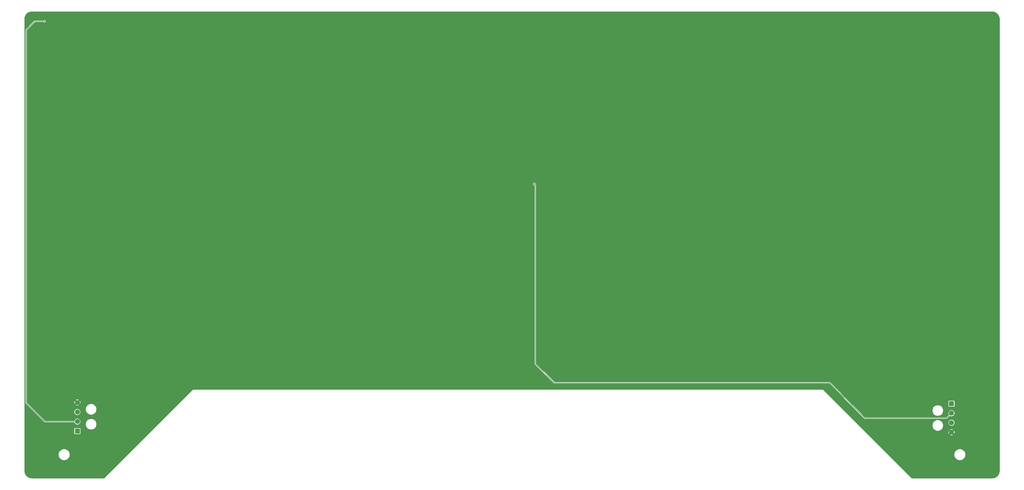
<source format=gbl>
%TF.GenerationSoftware,KiCad,Pcbnew,(5.1.10)-1*%
%TF.CreationDate,2022-01-09T00:33:18-08:00*%
%TF.ProjectId,LEDBoard,4c454442-6f61-4726-942e-6b696361645f,rev?*%
%TF.SameCoordinates,Original*%
%TF.FileFunction,Copper,L2,Bot*%
%TF.FilePolarity,Positive*%
%FSLAX46Y46*%
G04 Gerber Fmt 4.6, Leading zero omitted, Abs format (unit mm)*
G04 Created by KiCad (PCBNEW (5.1.10)-1) date 2022-01-09 00:33:18*
%MOMM*%
%LPD*%
G01*
G04 APERTURE LIST*
%TA.AperFunction,ComponentPad*%
%ADD10R,1.605000X1.605000*%
%TD*%
%TA.AperFunction,ComponentPad*%
%ADD11C,1.605000*%
%TD*%
%TA.AperFunction,ViaPad*%
%ADD12C,0.508000*%
%TD*%
%TA.AperFunction,Conductor*%
%ADD13C,0.152400*%
%TD*%
%TA.AperFunction,Conductor*%
%ADD14C,0.100000*%
%TD*%
G04 APERTURE END LIST*
D10*
%TO.P,CN2,1*%
%TO.N,+5V*%
X330106000Y-174443000D03*
D11*
%TO.P,CN2,2*%
%TO.N,/DATA_IN2*%
X330106000Y-177443000D03*
%TO.P,CN2,3*%
%TO.N,N/C*%
X330106000Y-180443000D03*
%TO.P,CN2,4*%
%TO.N,GND*%
X330106000Y-183443000D03*
%TD*%
D10*
%TO.P,CN1,1*%
%TO.N,+5V*%
X54958000Y-183062000D03*
D11*
%TO.P,CN1,2*%
%TO.N,/DATA_IN1*%
X54958000Y-180062000D03*
%TO.P,CN1,3*%
%TO.N,N/C*%
X54958000Y-177062000D03*
%TO.P,CN1,4*%
%TO.N,GND*%
X54958000Y-174062000D03*
%TD*%
D12*
%TO.N,GND*%
X339217000Y-172466000D03*
X337439000Y-171831000D03*
X335153000Y-171831000D03*
X333121000Y-171831000D03*
X53086000Y-184785000D03*
X51308000Y-185420000D03*
X49022000Y-185420000D03*
X46736000Y-185420000D03*
X336804000Y-52832000D03*
X336804000Y-60452000D03*
X336804000Y-68072000D03*
X336804000Y-75692000D03*
X336804000Y-83312000D03*
X336804000Y-90932000D03*
X336804000Y-98552000D03*
X336804000Y-106172000D03*
X336804000Y-113792000D03*
X336804000Y-121412000D03*
X336804000Y-129032000D03*
X336804000Y-136652000D03*
X336804000Y-144272000D03*
X336804000Y-151892000D03*
X336804000Y-159512000D03*
X341757000Y-57531000D03*
X44577000Y-57531000D03*
X39624000Y-52832000D03*
X47244000Y-52832000D03*
X54864000Y-52832000D03*
X62484000Y-52832000D03*
X70104000Y-52832000D03*
X77724000Y-52832000D03*
X85344000Y-52832000D03*
X92964000Y-52832000D03*
X100584000Y-52832000D03*
X108204000Y-52832000D03*
X115824000Y-52832000D03*
X123444000Y-52832000D03*
X131064000Y-52832000D03*
X138684000Y-52832000D03*
X146304000Y-52832000D03*
X153924000Y-52832000D03*
X161544000Y-52832000D03*
X169164000Y-52832000D03*
X176784000Y-52832000D03*
X184404000Y-52832000D03*
X192024000Y-52832000D03*
X199644000Y-52832000D03*
X207264000Y-52832000D03*
X214884000Y-52832000D03*
X222504000Y-52832000D03*
X230124000Y-52832000D03*
X237744000Y-52832000D03*
X245364000Y-52832000D03*
X252984000Y-52832000D03*
X260604000Y-52832000D03*
X268224000Y-52832000D03*
X275844000Y-52832000D03*
X283464000Y-52832000D03*
X291084000Y-52832000D03*
X298704000Y-52832000D03*
X306324000Y-52832000D03*
X313944000Y-52832000D03*
X321564000Y-52832000D03*
X329184000Y-52832000D03*
X39624000Y-60452000D03*
X47244000Y-60452000D03*
X54864000Y-60452000D03*
X62484000Y-60452000D03*
X70104000Y-60452000D03*
X77724000Y-60452000D03*
X85344000Y-60452000D03*
X92964000Y-60452000D03*
X100584000Y-60452000D03*
X108204000Y-60452000D03*
X115824000Y-60452000D03*
X123444000Y-60452000D03*
X131064000Y-60452000D03*
X138684000Y-60452000D03*
X146304000Y-60452000D03*
X153924000Y-60452000D03*
X161544000Y-60452000D03*
X169164000Y-60452000D03*
X176784000Y-60452000D03*
X184404000Y-60452000D03*
X192024000Y-60452000D03*
X199644000Y-60452000D03*
X207264000Y-60452000D03*
X214884000Y-60452000D03*
X222504000Y-60452000D03*
X230124000Y-60452000D03*
X237744000Y-60452000D03*
X245364000Y-60452000D03*
X252984000Y-60452000D03*
X260604000Y-60452000D03*
X268224000Y-60452000D03*
X275844000Y-60452000D03*
X283464000Y-60452000D03*
X291084000Y-60452000D03*
X298704000Y-60452000D03*
X306324000Y-60452000D03*
X313944000Y-60452000D03*
X321564000Y-60452000D03*
X329184000Y-60452000D03*
X39624000Y-68072000D03*
X47244000Y-68072000D03*
X54864000Y-68072000D03*
X62484000Y-68072000D03*
X70104000Y-68072000D03*
X77724000Y-68072000D03*
X85344000Y-68072000D03*
X92964000Y-68072000D03*
X100584000Y-68072000D03*
X108204000Y-68072000D03*
X115824000Y-68072000D03*
X123444000Y-68072000D03*
X131064000Y-68072000D03*
X138684000Y-68072000D03*
X146304000Y-68072000D03*
X153924000Y-68072000D03*
X161544000Y-68072000D03*
X169164000Y-68072000D03*
X176784000Y-68072000D03*
X184404000Y-68072000D03*
X192024000Y-68072000D03*
X199644000Y-68072000D03*
X207264000Y-68072000D03*
X214884000Y-68072000D03*
X222504000Y-68072000D03*
X230124000Y-68072000D03*
X237744000Y-68072000D03*
X245364000Y-68072000D03*
X252984000Y-68072000D03*
X260604000Y-68072000D03*
X268224000Y-68072000D03*
X275844000Y-68072000D03*
X283464000Y-68072000D03*
X291084000Y-68072000D03*
X298704000Y-68072000D03*
X306324000Y-68072000D03*
X313944000Y-68072000D03*
X321564000Y-68072000D03*
X329184000Y-68072000D03*
X39624000Y-75692000D03*
X47244000Y-75692000D03*
X54864000Y-75692000D03*
X62484000Y-75692000D03*
X70104000Y-75692000D03*
X77724000Y-75692000D03*
X85344000Y-75692000D03*
X92964000Y-75692000D03*
X100584000Y-75692000D03*
X108204000Y-75692000D03*
X115824000Y-75692000D03*
X123444000Y-75692000D03*
X131064000Y-75692000D03*
X138684000Y-75692000D03*
X146304000Y-75692000D03*
X153924000Y-75692000D03*
X161544000Y-75692000D03*
X169164000Y-75692000D03*
X176784000Y-75692000D03*
X184404000Y-75692000D03*
X192024000Y-75692000D03*
X199644000Y-75692000D03*
X207264000Y-75692000D03*
X214884000Y-75692000D03*
X222504000Y-75692000D03*
X230124000Y-75692000D03*
X237744000Y-75692000D03*
X245364000Y-75692000D03*
X252984000Y-75692000D03*
X260604000Y-75692000D03*
X268224000Y-75692000D03*
X275844000Y-75692000D03*
X283464000Y-75692000D03*
X291084000Y-75692000D03*
X298704000Y-75692000D03*
X306324000Y-75692000D03*
X313944000Y-75692000D03*
X321564000Y-75692000D03*
X329184000Y-75692000D03*
X39624000Y-83312000D03*
X47244000Y-83312000D03*
X54864000Y-83312000D03*
X62484000Y-83312000D03*
X70104000Y-83312000D03*
X77724000Y-83312000D03*
X85344000Y-83312000D03*
X92964000Y-83312000D03*
X100584000Y-83312000D03*
X108204000Y-83312000D03*
X115824000Y-83312000D03*
X123444000Y-83312000D03*
X131064000Y-83312000D03*
X138684000Y-83312000D03*
X146304000Y-83312000D03*
X153924000Y-83312000D03*
X161544000Y-83312000D03*
X169164000Y-83312000D03*
X176784000Y-83312000D03*
X184404000Y-83312000D03*
X192024000Y-83312000D03*
X199644000Y-83312000D03*
X207264000Y-83312000D03*
X214884000Y-83312000D03*
X222504000Y-83312000D03*
X230124000Y-83312000D03*
X237744000Y-83312000D03*
X245364000Y-83312000D03*
X252984000Y-83312000D03*
X260604000Y-83312000D03*
X268224000Y-83312000D03*
X275844000Y-83312000D03*
X283464000Y-83312000D03*
X291084000Y-83312000D03*
X298704000Y-83312000D03*
X306324000Y-83312000D03*
X313944000Y-83312000D03*
X321564000Y-83312000D03*
X329184000Y-83312000D03*
X39624000Y-90932000D03*
X47244000Y-90932000D03*
X54864000Y-90932000D03*
X62484000Y-90932000D03*
X70104000Y-90932000D03*
X77724000Y-90932000D03*
X85344000Y-90932000D03*
X92964000Y-90932000D03*
X100584000Y-90932000D03*
X108204000Y-90932000D03*
X115824000Y-90932000D03*
X123444000Y-90932000D03*
X131064000Y-90932000D03*
X138684000Y-90932000D03*
X146304000Y-90932000D03*
X153924000Y-90932000D03*
X161544000Y-90932000D03*
X169164000Y-90932000D03*
X176784000Y-90932000D03*
X184404000Y-90932000D03*
X192024000Y-90932000D03*
X199644000Y-90932000D03*
X207264000Y-90932000D03*
X214884000Y-90932000D03*
X222504000Y-90932000D03*
X230124000Y-90932000D03*
X237744000Y-90932000D03*
X245364000Y-90932000D03*
X252984000Y-90932000D03*
X260604000Y-90932000D03*
X268224000Y-90932000D03*
X275844000Y-90932000D03*
X283464000Y-90932000D03*
X291084000Y-90932000D03*
X298704000Y-90932000D03*
X306324000Y-90932000D03*
X313944000Y-90932000D03*
X321564000Y-90932000D03*
X329184000Y-90932000D03*
X39624000Y-98552000D03*
X47244000Y-98552000D03*
X54864000Y-98552000D03*
X62484000Y-98552000D03*
X70104000Y-98552000D03*
X77724000Y-98552000D03*
X85344000Y-98552000D03*
X92964000Y-98552000D03*
X100584000Y-98552000D03*
X108204000Y-98552000D03*
X115824000Y-98552000D03*
X123444000Y-98552000D03*
X131064000Y-98552000D03*
X138684000Y-98552000D03*
X146304000Y-98552000D03*
X153924000Y-98552000D03*
X161544000Y-98552000D03*
X169164000Y-98552000D03*
X176784000Y-98552000D03*
X184404000Y-98552000D03*
X192024000Y-98552000D03*
X199644000Y-98552000D03*
X207264000Y-98552000D03*
X214884000Y-98552000D03*
X222504000Y-98552000D03*
X230124000Y-98552000D03*
X237744000Y-98552000D03*
X245364000Y-98552000D03*
X252984000Y-98552000D03*
X260604000Y-98552000D03*
X268224000Y-98552000D03*
X275844000Y-98552000D03*
X283464000Y-98552000D03*
X291084000Y-98552000D03*
X298704000Y-98552000D03*
X306324000Y-98552000D03*
X313944000Y-98552000D03*
X321564000Y-98552000D03*
X329184000Y-98552000D03*
X39624000Y-106172000D03*
X47244000Y-106172000D03*
X54864000Y-106172000D03*
X62484000Y-106172000D03*
X70104000Y-106172000D03*
X77724000Y-106172000D03*
X85344000Y-106172000D03*
X92964000Y-106172000D03*
X100584000Y-106172000D03*
X108204000Y-106172000D03*
X115824000Y-106172000D03*
X123444000Y-106172000D03*
X131064000Y-106172000D03*
X138684000Y-106172000D03*
X146304000Y-106172000D03*
X153924000Y-106172000D03*
X161544000Y-106172000D03*
X169164000Y-106172000D03*
X176784000Y-106172000D03*
X184404000Y-106172000D03*
X192024000Y-106172000D03*
X199644000Y-106172000D03*
X207264000Y-106172000D03*
X214884000Y-106172000D03*
X222504000Y-106172000D03*
X230124000Y-106172000D03*
X237744000Y-106172000D03*
X245364000Y-106172000D03*
X252984000Y-106172000D03*
X260604000Y-106172000D03*
X268224000Y-106172000D03*
X275844000Y-106172000D03*
X283464000Y-106172000D03*
X291084000Y-106172000D03*
X298704000Y-106172000D03*
X306324000Y-106172000D03*
X313944000Y-106172000D03*
X321564000Y-106172000D03*
X329184000Y-106172000D03*
X39624000Y-113792000D03*
X47244000Y-113792000D03*
X54864000Y-113792000D03*
X62484000Y-113792000D03*
X70104000Y-113792000D03*
X77724000Y-113792000D03*
X85344000Y-113792000D03*
X92964000Y-113792000D03*
X100584000Y-113792000D03*
X108204000Y-113792000D03*
X115824000Y-113792000D03*
X123444000Y-113792000D03*
X131064000Y-113792000D03*
X138684000Y-113792000D03*
X146304000Y-113792000D03*
X153924000Y-113792000D03*
X161544000Y-113792000D03*
X169164000Y-113792000D03*
X176784000Y-113792000D03*
X184404000Y-113792000D03*
X192024000Y-113792000D03*
X199644000Y-113792000D03*
X207264000Y-113792000D03*
X214884000Y-113792000D03*
X222504000Y-113792000D03*
X230124000Y-113792000D03*
X237744000Y-113792000D03*
X245364000Y-113792000D03*
X252984000Y-113792000D03*
X260604000Y-113792000D03*
X268224000Y-113792000D03*
X275844000Y-113792000D03*
X283464000Y-113792000D03*
X291084000Y-113792000D03*
X298704000Y-113792000D03*
X306324000Y-113792000D03*
X313944000Y-113792000D03*
X321564000Y-113792000D03*
X329184000Y-113792000D03*
X39624000Y-121412000D03*
X47244000Y-121412000D03*
X54864000Y-121412000D03*
X62484000Y-121412000D03*
X70104000Y-121412000D03*
X77724000Y-121412000D03*
X85344000Y-121412000D03*
X92964000Y-121412000D03*
X100584000Y-121412000D03*
X108204000Y-121412000D03*
X115824000Y-121412000D03*
X123444000Y-121412000D03*
X131064000Y-121412000D03*
X138684000Y-121412000D03*
X146304000Y-121412000D03*
X153924000Y-121412000D03*
X161544000Y-121412000D03*
X169164000Y-121412000D03*
X176784000Y-121412000D03*
X184404000Y-121412000D03*
X192024000Y-121412000D03*
X199644000Y-121412000D03*
X207264000Y-121412000D03*
X214884000Y-121412000D03*
X222504000Y-121412000D03*
X230124000Y-121412000D03*
X237744000Y-121412000D03*
X245364000Y-121412000D03*
X252984000Y-121412000D03*
X260604000Y-121412000D03*
X268224000Y-121412000D03*
X275844000Y-121412000D03*
X283464000Y-121412000D03*
X291084000Y-121412000D03*
X298704000Y-121412000D03*
X306324000Y-121412000D03*
X313944000Y-121412000D03*
X321564000Y-121412000D03*
X329184000Y-121412000D03*
X39624000Y-129032000D03*
X47244000Y-129032000D03*
X54864000Y-129032000D03*
X62484000Y-129032000D03*
X70104000Y-129032000D03*
X77724000Y-129032000D03*
X85344000Y-129032000D03*
X92964000Y-129032000D03*
X100584000Y-129032000D03*
X108204000Y-129032000D03*
X115824000Y-129032000D03*
X123444000Y-129032000D03*
X131064000Y-129032000D03*
X138684000Y-129032000D03*
X146304000Y-129032000D03*
X153924000Y-129032000D03*
X161544000Y-129032000D03*
X169164000Y-129032000D03*
X176784000Y-129032000D03*
X184404000Y-129032000D03*
X192024000Y-129032000D03*
X199644000Y-129032000D03*
X207264000Y-129032000D03*
X214884000Y-129032000D03*
X222504000Y-129032000D03*
X230124000Y-129032000D03*
X237744000Y-129032000D03*
X245364000Y-129032000D03*
X252984000Y-129032000D03*
X260604000Y-129032000D03*
X268224000Y-129032000D03*
X275844000Y-129032000D03*
X283464000Y-129032000D03*
X291084000Y-129032000D03*
X298704000Y-129032000D03*
X306324000Y-129032000D03*
X313944000Y-129032000D03*
X321564000Y-129032000D03*
X329184000Y-129032000D03*
X39624000Y-136652000D03*
X47244000Y-136652000D03*
X54864000Y-136652000D03*
X62484000Y-136652000D03*
X70104000Y-136652000D03*
X77724000Y-136652000D03*
X85344000Y-136652000D03*
X92964000Y-136652000D03*
X100584000Y-136652000D03*
X108204000Y-136652000D03*
X115824000Y-136652000D03*
X123444000Y-136652000D03*
X131064000Y-136652000D03*
X138684000Y-136652000D03*
X146304000Y-136652000D03*
X153924000Y-136652000D03*
X161544000Y-136652000D03*
X169164000Y-136652000D03*
X176784000Y-136652000D03*
X184404000Y-136652000D03*
X192024000Y-136652000D03*
X199644000Y-136652000D03*
X207264000Y-136652000D03*
X214884000Y-136652000D03*
X222504000Y-136652000D03*
X230124000Y-136652000D03*
X237744000Y-136652000D03*
X245364000Y-136652000D03*
X252984000Y-136652000D03*
X260604000Y-136652000D03*
X268224000Y-136652000D03*
X275844000Y-136652000D03*
X283464000Y-136652000D03*
X291084000Y-136652000D03*
X298704000Y-136652000D03*
X306324000Y-136652000D03*
X313944000Y-136652000D03*
X321564000Y-136652000D03*
X329184000Y-136652000D03*
X39624000Y-144272000D03*
X47244000Y-144272000D03*
X54864000Y-144272000D03*
X62484000Y-144272000D03*
X70104000Y-144272000D03*
X77724000Y-144272000D03*
X85344000Y-144272000D03*
X92964000Y-144272000D03*
X100584000Y-144272000D03*
X108204000Y-144272000D03*
X115824000Y-144272000D03*
X123444000Y-144272000D03*
X131064000Y-144272000D03*
X138684000Y-144272000D03*
X146304000Y-144272000D03*
X153924000Y-144272000D03*
X161544000Y-144272000D03*
X169164000Y-144272000D03*
X176784000Y-144272000D03*
X184404000Y-144272000D03*
X192024000Y-144272000D03*
X199644000Y-144272000D03*
X207264000Y-144272000D03*
X214884000Y-144272000D03*
X222504000Y-144272000D03*
X230124000Y-144272000D03*
X237744000Y-144272000D03*
X245364000Y-144272000D03*
X252984000Y-144272000D03*
X260604000Y-144272000D03*
X268224000Y-144272000D03*
X275844000Y-144272000D03*
X283464000Y-144272000D03*
X291084000Y-144272000D03*
X298704000Y-144272000D03*
X306324000Y-144272000D03*
X313944000Y-144272000D03*
X321564000Y-144272000D03*
X329184000Y-144272000D03*
X39624000Y-151892000D03*
X47244000Y-151892000D03*
X54864000Y-151892000D03*
X62484000Y-151892000D03*
X70104000Y-151892000D03*
X77724000Y-151892000D03*
X85344000Y-151892000D03*
X92964000Y-151892000D03*
X100584000Y-151892000D03*
X108204000Y-151892000D03*
X115824000Y-151892000D03*
X123444000Y-151892000D03*
X131064000Y-151892000D03*
X138684000Y-151892000D03*
X146304000Y-151892000D03*
X153924000Y-151892000D03*
X161544000Y-151892000D03*
X169164000Y-151892000D03*
X176784000Y-151892000D03*
X184404000Y-151892000D03*
X192024000Y-151892000D03*
X199644000Y-151892000D03*
X207264000Y-151892000D03*
X214884000Y-151892000D03*
X222504000Y-151892000D03*
X230124000Y-151892000D03*
X237744000Y-151892000D03*
X245364000Y-151892000D03*
X252984000Y-151892000D03*
X260604000Y-151892000D03*
X268224000Y-151892000D03*
X275844000Y-151892000D03*
X283464000Y-151892000D03*
X291084000Y-151892000D03*
X298704000Y-151892000D03*
X306324000Y-151892000D03*
X313944000Y-151892000D03*
X321564000Y-151892000D03*
X329184000Y-151892000D03*
X52197000Y-57531000D03*
X59817000Y-57531000D03*
X67437000Y-57531000D03*
X75057000Y-57531000D03*
X82677000Y-57531000D03*
X90297000Y-57531000D03*
X97917000Y-57531000D03*
X105537000Y-57531000D03*
X113157000Y-57531000D03*
X120777000Y-57531000D03*
X128397000Y-57531000D03*
X136017000Y-57531000D03*
X143637000Y-57531000D03*
X151257000Y-57531000D03*
X158877000Y-57531000D03*
X166497000Y-57531000D03*
X174117000Y-57531000D03*
X181737000Y-57531000D03*
X189357000Y-57531000D03*
X196977000Y-57531000D03*
X204597000Y-57531000D03*
X212217000Y-57531000D03*
X219837000Y-57531000D03*
X227457000Y-57531000D03*
X235077000Y-57531000D03*
X242697000Y-57531000D03*
X250317000Y-57531000D03*
X257937000Y-57531000D03*
X265557000Y-57531000D03*
X273177000Y-57531000D03*
X280797000Y-57531000D03*
X288417000Y-57531000D03*
X296037000Y-57531000D03*
X303657000Y-57531000D03*
X311277000Y-57531000D03*
X318897000Y-57531000D03*
X326517000Y-57531000D03*
X334137000Y-57531000D03*
X44577000Y-65151000D03*
X52197000Y-65151000D03*
X59817000Y-65151000D03*
X67437000Y-65151000D03*
X75057000Y-65151000D03*
X82677000Y-65151000D03*
X90297000Y-65151000D03*
X97917000Y-65151000D03*
X105537000Y-65151000D03*
X113157000Y-65151000D03*
X120777000Y-65151000D03*
X128397000Y-65151000D03*
X136017000Y-65151000D03*
X143637000Y-65151000D03*
X151257000Y-65151000D03*
X158877000Y-65151000D03*
X166497000Y-65151000D03*
X174117000Y-65151000D03*
X181737000Y-65151000D03*
X189357000Y-65151000D03*
X196977000Y-65151000D03*
X204597000Y-65151000D03*
X212217000Y-65151000D03*
X219837000Y-65151000D03*
X227457000Y-65151000D03*
X235077000Y-65151000D03*
X242697000Y-65151000D03*
X250317000Y-65151000D03*
X257937000Y-65151000D03*
X265557000Y-65151000D03*
X273177000Y-65151000D03*
X280797000Y-65151000D03*
X288417000Y-65151000D03*
X296037000Y-65151000D03*
X303657000Y-65151000D03*
X311277000Y-65151000D03*
X318897000Y-65151000D03*
X326517000Y-65151000D03*
X334137000Y-65151000D03*
X44577000Y-72771000D03*
X52197000Y-72771000D03*
X59817000Y-72771000D03*
X67437000Y-72771000D03*
X75057000Y-72771000D03*
X82677000Y-72771000D03*
X90297000Y-72771000D03*
X97917000Y-72771000D03*
X105537000Y-72771000D03*
X113157000Y-72771000D03*
X120777000Y-72771000D03*
X128397000Y-72771000D03*
X136017000Y-72771000D03*
X143637000Y-72771000D03*
X151257000Y-72771000D03*
X158877000Y-72771000D03*
X166497000Y-72771000D03*
X174117000Y-72771000D03*
X181737000Y-72771000D03*
X189357000Y-72771000D03*
X196977000Y-72771000D03*
X204597000Y-72771000D03*
X212217000Y-72771000D03*
X219837000Y-72771000D03*
X227457000Y-72771000D03*
X235077000Y-72771000D03*
X242697000Y-72771000D03*
X250317000Y-72771000D03*
X257937000Y-72771000D03*
X265557000Y-72771000D03*
X273177000Y-72771000D03*
X280797000Y-72771000D03*
X288417000Y-72771000D03*
X296037000Y-72771000D03*
X303657000Y-72771000D03*
X311277000Y-72771000D03*
X318897000Y-72771000D03*
X326517000Y-72771000D03*
X334137000Y-72771000D03*
X44577000Y-80391000D03*
X52197000Y-80391000D03*
X59817000Y-80391000D03*
X67437000Y-80391000D03*
X75057000Y-80391000D03*
X82677000Y-80391000D03*
X90297000Y-80391000D03*
X97917000Y-80391000D03*
X105537000Y-80391000D03*
X113157000Y-80391000D03*
X120777000Y-80391000D03*
X128397000Y-80391000D03*
X136017000Y-80391000D03*
X143637000Y-80391000D03*
X151257000Y-80391000D03*
X158877000Y-80391000D03*
X166497000Y-80391000D03*
X174117000Y-80391000D03*
X181737000Y-80391000D03*
X189357000Y-80391000D03*
X196977000Y-80391000D03*
X204597000Y-80391000D03*
X212217000Y-80391000D03*
X219837000Y-80391000D03*
X227457000Y-80391000D03*
X235077000Y-80391000D03*
X242697000Y-80391000D03*
X250317000Y-80391000D03*
X257937000Y-80391000D03*
X265557000Y-80391000D03*
X273177000Y-80391000D03*
X280797000Y-80391000D03*
X288417000Y-80391000D03*
X296037000Y-80391000D03*
X303657000Y-80391000D03*
X311277000Y-80391000D03*
X318897000Y-80391000D03*
X326517000Y-80391000D03*
X334137000Y-80391000D03*
X44577000Y-88011000D03*
X52197000Y-88011000D03*
X59817000Y-88011000D03*
X67437000Y-88011000D03*
X75057000Y-88011000D03*
X82677000Y-88011000D03*
X90297000Y-88011000D03*
X97917000Y-88011000D03*
X105537000Y-88011000D03*
X113157000Y-88011000D03*
X120777000Y-88011000D03*
X128397000Y-88011000D03*
X136017000Y-88011000D03*
X143637000Y-88011000D03*
X151257000Y-88011000D03*
X158877000Y-88011000D03*
X166497000Y-88011000D03*
X174117000Y-88011000D03*
X181737000Y-88011000D03*
X189357000Y-88011000D03*
X196977000Y-88011000D03*
X204597000Y-88011000D03*
X212217000Y-88011000D03*
X219837000Y-88011000D03*
X227457000Y-88011000D03*
X235077000Y-88011000D03*
X242697000Y-88011000D03*
X250317000Y-88011000D03*
X257937000Y-88011000D03*
X265557000Y-88011000D03*
X273177000Y-88011000D03*
X280797000Y-88011000D03*
X288417000Y-88011000D03*
X296037000Y-88011000D03*
X303657000Y-88011000D03*
X311277000Y-88011000D03*
X318897000Y-88011000D03*
X326517000Y-88011000D03*
X334137000Y-88011000D03*
X44577000Y-95631000D03*
X52197000Y-95631000D03*
X59817000Y-95631000D03*
X67437000Y-95631000D03*
X75057000Y-95631000D03*
X82677000Y-95631000D03*
X90297000Y-95631000D03*
X97917000Y-95631000D03*
X105537000Y-95631000D03*
X113157000Y-95631000D03*
X120777000Y-95631000D03*
X128397000Y-95631000D03*
X136017000Y-95631000D03*
X143637000Y-95631000D03*
X151257000Y-95631000D03*
X158877000Y-95631000D03*
X166497000Y-95631000D03*
X174117000Y-95631000D03*
X181737000Y-95631000D03*
X189357000Y-95631000D03*
X196977000Y-95631000D03*
X204597000Y-95631000D03*
X212217000Y-95631000D03*
X219837000Y-95631000D03*
X227457000Y-95631000D03*
X235077000Y-95631000D03*
X242697000Y-95631000D03*
X250317000Y-95631000D03*
X257937000Y-95631000D03*
X265557000Y-95631000D03*
X273177000Y-95631000D03*
X280797000Y-95631000D03*
X288417000Y-95631000D03*
X296037000Y-95631000D03*
X303657000Y-95631000D03*
X311277000Y-95631000D03*
X318897000Y-95631000D03*
X326517000Y-95631000D03*
X334137000Y-95631000D03*
X44577000Y-103251000D03*
X52197000Y-103251000D03*
X59817000Y-103251000D03*
X67437000Y-103251000D03*
X75057000Y-103251000D03*
X82677000Y-103251000D03*
X90297000Y-103251000D03*
X97917000Y-103251000D03*
X105537000Y-103251000D03*
X113157000Y-103251000D03*
X120777000Y-103251000D03*
X128397000Y-103251000D03*
X136017000Y-103251000D03*
X143637000Y-103251000D03*
X151257000Y-103251000D03*
X158877000Y-103251000D03*
X166497000Y-103251000D03*
X174117000Y-103251000D03*
X181737000Y-103251000D03*
X189357000Y-103251000D03*
X196977000Y-103251000D03*
X204597000Y-103251000D03*
X212217000Y-103251000D03*
X219837000Y-103251000D03*
X227457000Y-103251000D03*
X235077000Y-103251000D03*
X242697000Y-103251000D03*
X250317000Y-103251000D03*
X257937000Y-103251000D03*
X265557000Y-103251000D03*
X273177000Y-103251000D03*
X280797000Y-103251000D03*
X288417000Y-103251000D03*
X296037000Y-103251000D03*
X303657000Y-103251000D03*
X311277000Y-103251000D03*
X318897000Y-103251000D03*
X326517000Y-103251000D03*
X334137000Y-103251000D03*
X44577000Y-110871000D03*
X52197000Y-110871000D03*
X59817000Y-110871000D03*
X67437000Y-110871000D03*
X75057000Y-110871000D03*
X82677000Y-110871000D03*
X90297000Y-110871000D03*
X97917000Y-110871000D03*
X105537000Y-110871000D03*
X113157000Y-110871000D03*
X120777000Y-110871000D03*
X128397000Y-110871000D03*
X136017000Y-110871000D03*
X143637000Y-110871000D03*
X151257000Y-110871000D03*
X158877000Y-110871000D03*
X166497000Y-110871000D03*
X174117000Y-110871000D03*
X181737000Y-110871000D03*
X189357000Y-110871000D03*
X196977000Y-110871000D03*
X204597000Y-110871000D03*
X212217000Y-110871000D03*
X219837000Y-110871000D03*
X227457000Y-110871000D03*
X235077000Y-110871000D03*
X242697000Y-110871000D03*
X250317000Y-110871000D03*
X257937000Y-110871000D03*
X265557000Y-110871000D03*
X273177000Y-110871000D03*
X280797000Y-110871000D03*
X288417000Y-110871000D03*
X296037000Y-110871000D03*
X303657000Y-110871000D03*
X311277000Y-110871000D03*
X318897000Y-110871000D03*
X326517000Y-110871000D03*
X334137000Y-110871000D03*
X44577000Y-118491000D03*
X52197000Y-118491000D03*
X59817000Y-118491000D03*
X67437000Y-118491000D03*
X75057000Y-118491000D03*
X82677000Y-118491000D03*
X90297000Y-118491000D03*
X97917000Y-118491000D03*
X105537000Y-118491000D03*
X113157000Y-118491000D03*
X120777000Y-118491000D03*
X128397000Y-118491000D03*
X136017000Y-118491000D03*
X143637000Y-118491000D03*
X151257000Y-118491000D03*
X158877000Y-118491000D03*
X166497000Y-118491000D03*
X174117000Y-118491000D03*
X181737000Y-118491000D03*
X189357000Y-118491000D03*
X196977000Y-118491000D03*
X204597000Y-118491000D03*
X212217000Y-118491000D03*
X219837000Y-118491000D03*
X227457000Y-118491000D03*
X235077000Y-118491000D03*
X242697000Y-118491000D03*
X250317000Y-118491000D03*
X257937000Y-118491000D03*
X265557000Y-118491000D03*
X273177000Y-118491000D03*
X280797000Y-118491000D03*
X288417000Y-118491000D03*
X296037000Y-118491000D03*
X303657000Y-118491000D03*
X311277000Y-118491000D03*
X318897000Y-118491000D03*
X326517000Y-118491000D03*
X334137000Y-118491000D03*
X44577000Y-126111000D03*
X52197000Y-126111000D03*
X59817000Y-126111000D03*
X67437000Y-126111000D03*
X75057000Y-126111000D03*
X82677000Y-126111000D03*
X90297000Y-126111000D03*
X97917000Y-126111000D03*
X105537000Y-126111000D03*
X113157000Y-126111000D03*
X120777000Y-126111000D03*
X128397000Y-126111000D03*
X136017000Y-126111000D03*
X143637000Y-126111000D03*
X151257000Y-126111000D03*
X158877000Y-126111000D03*
X166497000Y-126111000D03*
X174117000Y-126111000D03*
X181737000Y-126111000D03*
X189357000Y-126111000D03*
X196977000Y-126111000D03*
X204597000Y-126111000D03*
X212217000Y-126111000D03*
X219837000Y-126111000D03*
X227457000Y-126111000D03*
X235077000Y-126111000D03*
X242697000Y-126111000D03*
X250317000Y-126111000D03*
X257937000Y-126111000D03*
X265557000Y-126111000D03*
X273177000Y-126111000D03*
X280797000Y-126111000D03*
X288417000Y-126111000D03*
X296037000Y-126111000D03*
X303657000Y-126111000D03*
X311277000Y-126111000D03*
X318897000Y-126111000D03*
X326517000Y-126111000D03*
X334137000Y-126111000D03*
X44577000Y-133731000D03*
X52197000Y-133731000D03*
X59817000Y-133731000D03*
X67437000Y-133731000D03*
X75057000Y-133731000D03*
X82677000Y-133731000D03*
X90297000Y-133731000D03*
X97917000Y-133731000D03*
X105537000Y-133731000D03*
X113157000Y-133731000D03*
X120777000Y-133731000D03*
X128397000Y-133731000D03*
X136017000Y-133731000D03*
X143637000Y-133731000D03*
X151257000Y-133731000D03*
X158877000Y-133731000D03*
X166497000Y-133731000D03*
X174117000Y-133731000D03*
X181737000Y-133731000D03*
X189357000Y-133731000D03*
X196977000Y-133731000D03*
X204597000Y-133731000D03*
X212217000Y-133731000D03*
X219837000Y-133731000D03*
X227457000Y-133731000D03*
X235077000Y-133731000D03*
X242697000Y-133731000D03*
X250317000Y-133731000D03*
X257937000Y-133731000D03*
X265557000Y-133731000D03*
X273177000Y-133731000D03*
X280797000Y-133731000D03*
X288417000Y-133731000D03*
X296037000Y-133731000D03*
X303657000Y-133731000D03*
X311277000Y-133731000D03*
X318897000Y-133731000D03*
X326517000Y-133731000D03*
X334137000Y-133731000D03*
X44577000Y-141351000D03*
X52197000Y-141351000D03*
X59817000Y-141351000D03*
X67437000Y-141351000D03*
X75057000Y-141351000D03*
X82677000Y-141351000D03*
X90297000Y-141351000D03*
X97917000Y-141351000D03*
X105537000Y-141351000D03*
X113157000Y-141351000D03*
X120777000Y-141351000D03*
X128397000Y-141351000D03*
X136017000Y-141351000D03*
X143637000Y-141351000D03*
X151257000Y-141351000D03*
X158877000Y-141351000D03*
X166497000Y-141351000D03*
X174117000Y-141351000D03*
X181737000Y-141351000D03*
X189357000Y-141351000D03*
X196977000Y-141351000D03*
X204597000Y-141351000D03*
X212217000Y-141351000D03*
X219837000Y-141351000D03*
X227457000Y-141351000D03*
X235077000Y-141351000D03*
X242697000Y-141351000D03*
X250317000Y-141351000D03*
X257937000Y-141351000D03*
X265557000Y-141351000D03*
X273177000Y-141351000D03*
X280797000Y-141351000D03*
X288417000Y-141351000D03*
X296037000Y-141351000D03*
X303657000Y-141351000D03*
X311277000Y-141351000D03*
X318897000Y-141351000D03*
X326517000Y-141351000D03*
X334137000Y-141351000D03*
X44577000Y-148971000D03*
X52197000Y-148971000D03*
X59817000Y-148971000D03*
X67437000Y-148971000D03*
X75057000Y-148971000D03*
X82677000Y-148971000D03*
X90297000Y-148971000D03*
X97917000Y-148971000D03*
X105537000Y-148971000D03*
X113157000Y-148971000D03*
X120777000Y-148971000D03*
X128397000Y-148971000D03*
X136017000Y-148971000D03*
X143637000Y-148971000D03*
X151257000Y-148971000D03*
X158877000Y-148971000D03*
X166497000Y-148971000D03*
X174117000Y-148971000D03*
X181737000Y-148971000D03*
X189357000Y-148971000D03*
X196977000Y-148971000D03*
X204597000Y-148971000D03*
X212217000Y-148971000D03*
X219837000Y-148971000D03*
X227457000Y-148971000D03*
X235077000Y-148971000D03*
X242697000Y-148971000D03*
X250317000Y-148971000D03*
X257937000Y-148971000D03*
X265557000Y-148971000D03*
X273177000Y-148971000D03*
X280797000Y-148971000D03*
X288417000Y-148971000D03*
X296037000Y-148971000D03*
X303657000Y-148971000D03*
X311277000Y-148971000D03*
X318897000Y-148971000D03*
X326517000Y-148971000D03*
X334137000Y-148971000D03*
X44577000Y-156591000D03*
X52197000Y-156591000D03*
X59817000Y-156591000D03*
X67437000Y-156591000D03*
X75057000Y-156591000D03*
X82677000Y-156591000D03*
X90297000Y-156591000D03*
X97917000Y-156591000D03*
X105537000Y-156591000D03*
X113157000Y-156591000D03*
X120777000Y-156591000D03*
X128397000Y-156591000D03*
X136017000Y-156591000D03*
X143637000Y-156591000D03*
X151257000Y-156591000D03*
X158877000Y-156591000D03*
X166497000Y-156591000D03*
X174117000Y-156591000D03*
X181737000Y-156591000D03*
X189357000Y-156591000D03*
X196977000Y-156591000D03*
X204597000Y-156591000D03*
X212217000Y-156591000D03*
X219837000Y-156591000D03*
X227457000Y-156591000D03*
X235077000Y-156591000D03*
X242697000Y-156591000D03*
X250317000Y-156591000D03*
X257937000Y-156591000D03*
X265557000Y-156591000D03*
X273177000Y-156591000D03*
X280797000Y-156591000D03*
X288417000Y-156591000D03*
X296037000Y-156591000D03*
X303657000Y-156591000D03*
X311277000Y-156591000D03*
X318897000Y-156591000D03*
X326517000Y-156591000D03*
X334137000Y-156591000D03*
X47244000Y-151892000D03*
X54864000Y-151892000D03*
X62484000Y-151892000D03*
X70104000Y-151892000D03*
X77724000Y-151892000D03*
X85344000Y-151892000D03*
X92964000Y-151892000D03*
X100584000Y-151892000D03*
X108204000Y-151892000D03*
X115824000Y-151892000D03*
X123444000Y-151892000D03*
X131064000Y-151892000D03*
X138684000Y-151892000D03*
X146304000Y-151892000D03*
X153924000Y-151892000D03*
X161544000Y-151892000D03*
X169164000Y-151892000D03*
X176784000Y-151892000D03*
X184404000Y-151892000D03*
X192024000Y-151892000D03*
X199644000Y-151892000D03*
X207264000Y-151892000D03*
X214884000Y-151892000D03*
X222504000Y-151892000D03*
X230124000Y-151892000D03*
X237744000Y-151892000D03*
X245364000Y-151892000D03*
X252984000Y-151892000D03*
X260604000Y-151892000D03*
X268224000Y-151892000D03*
X275844000Y-151892000D03*
X283464000Y-151892000D03*
X291084000Y-151892000D03*
X298704000Y-151892000D03*
X306324000Y-151892000D03*
X313944000Y-151892000D03*
X321564000Y-151892000D03*
X329184000Y-151892000D03*
X39624000Y-159512000D03*
X47244000Y-159512000D03*
X54864000Y-159512000D03*
X62484000Y-159512000D03*
X70104000Y-159512000D03*
X77724000Y-159512000D03*
X85344000Y-159512000D03*
X92964000Y-159512000D03*
X100584000Y-159512000D03*
X108204000Y-159512000D03*
X115824000Y-159512000D03*
X123444000Y-159512000D03*
X131064000Y-159512000D03*
X138684000Y-159512000D03*
X146304000Y-159512000D03*
X153924000Y-159512000D03*
X161544000Y-159512000D03*
X169164000Y-159512000D03*
X176784000Y-159512000D03*
X184404000Y-159512000D03*
X192024000Y-159512000D03*
X199644000Y-159512000D03*
X207264000Y-159512000D03*
X214884000Y-159512000D03*
X222504000Y-159512000D03*
X230124000Y-159512000D03*
X237744000Y-159512000D03*
X245364000Y-159512000D03*
X252984000Y-159512000D03*
X260604000Y-159512000D03*
X268224000Y-159512000D03*
X275844000Y-159512000D03*
X283464000Y-159512000D03*
X291084000Y-159512000D03*
X298704000Y-159512000D03*
X306324000Y-159512000D03*
X313944000Y-159512000D03*
X321564000Y-159512000D03*
X329184000Y-159512000D03*
X52197000Y-156591000D03*
X59817000Y-156591000D03*
X67437000Y-156591000D03*
X75057000Y-156591000D03*
X82677000Y-156591000D03*
X90297000Y-156591000D03*
X97917000Y-156591000D03*
X105537000Y-156591000D03*
X113157000Y-156591000D03*
X120777000Y-156591000D03*
X128397000Y-156591000D03*
X136017000Y-156591000D03*
X143637000Y-156591000D03*
X151257000Y-156591000D03*
X158877000Y-156591000D03*
X166497000Y-156591000D03*
X174117000Y-156591000D03*
X181737000Y-156591000D03*
X189357000Y-156591000D03*
X196977000Y-156591000D03*
X204597000Y-156591000D03*
X212217000Y-156591000D03*
X219837000Y-156591000D03*
X227457000Y-156591000D03*
X235077000Y-156591000D03*
X242697000Y-156591000D03*
X250317000Y-156591000D03*
X257937000Y-156591000D03*
X265557000Y-156591000D03*
X273177000Y-156591000D03*
X280797000Y-156591000D03*
X288417000Y-156591000D03*
X296037000Y-156591000D03*
X303657000Y-156591000D03*
X311277000Y-156591000D03*
X318897000Y-156591000D03*
X326517000Y-156591000D03*
X334137000Y-156591000D03*
X44577000Y-164211000D03*
X52197000Y-164211000D03*
X59817000Y-164211000D03*
X67437000Y-164211000D03*
X75057000Y-164211000D03*
X82677000Y-164211000D03*
X90297000Y-164211000D03*
X97917000Y-164211000D03*
X105537000Y-164211000D03*
X113157000Y-164211000D03*
X120777000Y-164211000D03*
X128397000Y-164211000D03*
X136017000Y-164211000D03*
X143637000Y-164211000D03*
X151257000Y-164211000D03*
X158877000Y-164211000D03*
X166497000Y-164211000D03*
X174117000Y-164211000D03*
X181737000Y-164211000D03*
X189357000Y-164211000D03*
X196977000Y-164211000D03*
X204597000Y-164211000D03*
X212217000Y-164211000D03*
X219837000Y-164211000D03*
X227457000Y-164211000D03*
X235077000Y-164211000D03*
X242697000Y-164211000D03*
X250317000Y-164211000D03*
X257937000Y-164211000D03*
X265557000Y-164211000D03*
X273177000Y-164211000D03*
X280797000Y-164211000D03*
X288417000Y-164211000D03*
X296037000Y-164211000D03*
X303657000Y-164211000D03*
X311277000Y-164211000D03*
X318897000Y-164211000D03*
X326517000Y-164211000D03*
X334137000Y-164211000D03*
X341757000Y-65151000D03*
X341757000Y-72771000D03*
X341757000Y-80391000D03*
X341757000Y-88011000D03*
X341757000Y-95631000D03*
X341757000Y-103251000D03*
X341757000Y-110871000D03*
X341757000Y-118491000D03*
X341757000Y-126111000D03*
X341757000Y-133731000D03*
X341757000Y-141351000D03*
X341757000Y-148971000D03*
X341757000Y-156591000D03*
X341757000Y-164211000D03*
%TO.N,/DATA_IN1*%
X44577000Y-54102000D03*
%TO.N,/DATA_IN2*%
X198755000Y-105283000D03*
%TD*%
D13*
%TO.N,/DATA_IN1*%
X41529000Y-54102000D02*
X44577000Y-54102000D01*
X38862000Y-56769000D02*
X41529000Y-54102000D01*
X38862000Y-174244000D02*
X38862000Y-56769000D01*
X44680000Y-180062000D02*
X38862000Y-174244000D01*
X54958000Y-180062000D02*
X44680000Y-180062000D01*
%TO.N,/DATA_IN2*%
X328606000Y-178943000D02*
X330106000Y-177443000D01*
X302768000Y-178943000D02*
X328606000Y-178943000D01*
X291719000Y-167894000D02*
X302768000Y-178943000D01*
X205105000Y-167894000D02*
X291719000Y-167894000D01*
X199161399Y-161950399D02*
X205105000Y-167894000D01*
X199161399Y-105689399D02*
X199161399Y-161950399D01*
X198755000Y-105283000D02*
X199161399Y-105689399D01*
%TD*%
%TO.N,GND*%
X343343864Y-51098338D02*
X343770813Y-51227241D01*
X344164599Y-51436620D01*
X344510220Y-51718501D01*
X344794501Y-52062139D01*
X345006626Y-52454455D01*
X345138509Y-52880497D01*
X345186385Y-53336008D01*
X345186401Y-53340601D01*
X345186400Y-195567594D01*
X345141662Y-196023863D01*
X345012759Y-196450813D01*
X344803377Y-196844602D01*
X344521497Y-197190222D01*
X344177861Y-197474501D01*
X343785546Y-197686626D01*
X343359498Y-197818509D01*
X342903993Y-197866385D01*
X342899685Y-197866400D01*
X317605045Y-197866400D01*
X310058544Y-190319899D01*
X330911400Y-190319899D01*
X330911400Y-190680101D01*
X330981672Y-191033383D01*
X331119516Y-191366167D01*
X331319633Y-191665665D01*
X331574335Y-191920367D01*
X331873833Y-192120484D01*
X332206617Y-192258328D01*
X332559899Y-192328600D01*
X332920101Y-192328600D01*
X333273383Y-192258328D01*
X333606167Y-192120484D01*
X333905665Y-191920367D01*
X334160367Y-191665665D01*
X334360484Y-191366167D01*
X334498328Y-191033383D01*
X334568600Y-190680101D01*
X334568600Y-190319899D01*
X334498328Y-189966617D01*
X334360484Y-189633833D01*
X334160367Y-189334335D01*
X333905665Y-189079633D01*
X333606167Y-188879516D01*
X333273383Y-188741672D01*
X332920101Y-188671400D01*
X332559899Y-188671400D01*
X332206617Y-188741672D01*
X331873833Y-188879516D01*
X331574335Y-189079633D01*
X331319633Y-189334335D01*
X331119516Y-189633833D01*
X330981672Y-189966617D01*
X330911400Y-190319899D01*
X310058544Y-190319899D01*
X303988070Y-184249425D01*
X329551022Y-184249425D01*
X329649880Y-184373287D01*
X329840134Y-184444397D01*
X330040605Y-184477023D01*
X330243590Y-184469913D01*
X330441287Y-184423338D01*
X330562120Y-184373287D01*
X330660978Y-184249425D01*
X330106000Y-183694447D01*
X329551022Y-184249425D01*
X303988070Y-184249425D01*
X303116250Y-183377605D01*
X329071977Y-183377605D01*
X329079087Y-183580590D01*
X329125662Y-183778287D01*
X329175713Y-183899120D01*
X329299575Y-183997978D01*
X329854553Y-183443000D01*
X330357447Y-183443000D01*
X330912425Y-183997978D01*
X331036287Y-183899120D01*
X331107397Y-183708866D01*
X331140023Y-183508395D01*
X331132913Y-183305410D01*
X331086338Y-183107713D01*
X331036287Y-182986880D01*
X330912425Y-182888022D01*
X330357447Y-183443000D01*
X329854553Y-183443000D01*
X329299575Y-182888022D01*
X329175713Y-182986880D01*
X329104603Y-183177134D01*
X329071977Y-183377605D01*
X303116250Y-183377605D01*
X300858930Y-181120285D01*
X324032400Y-181120285D01*
X324032400Y-181465715D01*
X324099790Y-181804506D01*
X324231980Y-182123641D01*
X324423890Y-182410855D01*
X324668145Y-182655110D01*
X324955359Y-182847020D01*
X325274494Y-182979210D01*
X325613285Y-183046600D01*
X325958715Y-183046600D01*
X326297506Y-182979210D01*
X326616641Y-182847020D01*
X326903855Y-182655110D01*
X326922390Y-182636575D01*
X329551022Y-182636575D01*
X330106000Y-183191553D01*
X330660978Y-182636575D01*
X330562120Y-182512713D01*
X330371866Y-182441603D01*
X330171395Y-182408977D01*
X329968410Y-182416087D01*
X329770713Y-182462662D01*
X329649880Y-182512713D01*
X329551022Y-182636575D01*
X326922390Y-182636575D01*
X327148110Y-182410855D01*
X327340020Y-182123641D01*
X327472210Y-181804506D01*
X327539600Y-181465715D01*
X327539600Y-181120285D01*
X327472210Y-180781494D01*
X327340020Y-180462359D01*
X327259229Y-180341446D01*
X329074900Y-180341446D01*
X329074900Y-180544554D01*
X329114525Y-180743761D01*
X329192251Y-180931409D01*
X329305092Y-181100288D01*
X329448712Y-181243908D01*
X329617591Y-181356749D01*
X329805239Y-181434475D01*
X330004446Y-181474100D01*
X330207554Y-181474100D01*
X330406761Y-181434475D01*
X330594409Y-181356749D01*
X330763288Y-181243908D01*
X330906908Y-181100288D01*
X331019749Y-180931409D01*
X331097475Y-180743761D01*
X331137100Y-180544554D01*
X331137100Y-180341446D01*
X331097475Y-180142239D01*
X331019749Y-179954591D01*
X330906908Y-179785712D01*
X330763288Y-179642092D01*
X330594409Y-179529251D01*
X330406761Y-179451525D01*
X330207554Y-179411900D01*
X330004446Y-179411900D01*
X329805239Y-179451525D01*
X329617591Y-179529251D01*
X329448712Y-179642092D01*
X329305092Y-179785712D01*
X329192251Y-179954591D01*
X329114525Y-180142239D01*
X329074900Y-180341446D01*
X327259229Y-180341446D01*
X327148110Y-180175145D01*
X326903855Y-179930890D01*
X326616641Y-179738980D01*
X326297506Y-179606790D01*
X325958715Y-179539400D01*
X325613285Y-179539400D01*
X325274494Y-179606790D01*
X324955359Y-179738980D01*
X324668145Y-179930890D01*
X324423890Y-180175145D01*
X324231980Y-180462359D01*
X324099790Y-180781494D01*
X324032400Y-181120285D01*
X300858930Y-181120285D01*
X289748134Y-170009490D01*
X289740190Y-169999810D01*
X289701574Y-169968119D01*
X289657518Y-169944571D01*
X289609714Y-169930069D01*
X289572459Y-169926400D01*
X289572456Y-169926400D01*
X289560000Y-169925173D01*
X289547544Y-169926400D01*
X91452456Y-169926400D01*
X91440000Y-169925173D01*
X91427543Y-169926400D01*
X91427541Y-169926400D01*
X91390286Y-169930069D01*
X91342482Y-169944571D01*
X91298425Y-169968119D01*
X91269487Y-169991868D01*
X91259810Y-169999810D01*
X91251870Y-170009485D01*
X63394956Y-197866400D01*
X40652406Y-197866400D01*
X40196137Y-197821662D01*
X39769187Y-197692759D01*
X39375398Y-197483377D01*
X39029778Y-197201497D01*
X38745499Y-196857861D01*
X38533374Y-196465546D01*
X38401491Y-196039498D01*
X38353615Y-195583993D01*
X38353600Y-195579685D01*
X38353600Y-190319899D01*
X48971400Y-190319899D01*
X48971400Y-190680101D01*
X49041672Y-191033383D01*
X49179516Y-191366167D01*
X49379633Y-191665665D01*
X49634335Y-191920367D01*
X49933833Y-192120484D01*
X50266617Y-192258328D01*
X50619899Y-192328600D01*
X50980101Y-192328600D01*
X51333383Y-192258328D01*
X51666167Y-192120484D01*
X51965665Y-191920367D01*
X52220367Y-191665665D01*
X52420484Y-191366167D01*
X52558328Y-191033383D01*
X52628600Y-190680101D01*
X52628600Y-190319899D01*
X52558328Y-189966617D01*
X52420484Y-189633833D01*
X52220367Y-189334335D01*
X51965665Y-189079633D01*
X51666167Y-188879516D01*
X51333383Y-188741672D01*
X50980101Y-188671400D01*
X50619899Y-188671400D01*
X50266617Y-188741672D01*
X49933833Y-188879516D01*
X49634335Y-189079633D01*
X49379633Y-189334335D01*
X49179516Y-189633833D01*
X49041672Y-189966617D01*
X48971400Y-190319899D01*
X38353600Y-190319899D01*
X38353600Y-182259500D01*
X53925794Y-182259500D01*
X53925794Y-183864500D01*
X53930208Y-183909313D01*
X53943279Y-183952405D01*
X53964506Y-183992118D01*
X53993073Y-184026927D01*
X54027882Y-184055494D01*
X54067595Y-184076721D01*
X54110687Y-184089792D01*
X54155500Y-184094206D01*
X55760500Y-184094206D01*
X55805313Y-184089792D01*
X55848405Y-184076721D01*
X55888118Y-184055494D01*
X55922927Y-184026927D01*
X55951494Y-183992118D01*
X55972721Y-183952405D01*
X55985792Y-183909313D01*
X55990206Y-183864500D01*
X55990206Y-182259500D01*
X55985792Y-182214687D01*
X55972721Y-182171595D01*
X55951494Y-182131882D01*
X55922927Y-182097073D01*
X55888118Y-182068506D01*
X55848405Y-182047279D01*
X55805313Y-182034208D01*
X55760500Y-182029794D01*
X54155500Y-182029794D01*
X54110687Y-182034208D01*
X54067595Y-182047279D01*
X54027882Y-182068506D01*
X53993073Y-182097073D01*
X53964506Y-182131882D01*
X53943279Y-182171595D01*
X53930208Y-182214687D01*
X53925794Y-182259500D01*
X38353600Y-182259500D01*
X38353600Y-56769000D01*
X38555727Y-56769000D01*
X38557201Y-56783968D01*
X38557200Y-174229042D01*
X38555727Y-174244000D01*
X38557200Y-174258958D01*
X38557200Y-174258965D01*
X38561055Y-174298110D01*
X38561611Y-174303751D01*
X38579040Y-174361205D01*
X38607342Y-174414156D01*
X38645432Y-174460568D01*
X38657061Y-174470112D01*
X44453897Y-180266950D01*
X44463432Y-180278568D01*
X44475050Y-180288103D01*
X44475056Y-180288109D01*
X44492955Y-180302798D01*
X44509843Y-180316658D01*
X44562794Y-180344960D01*
X44620249Y-180362389D01*
X44665034Y-180366800D01*
X44665042Y-180366800D01*
X44680000Y-180368273D01*
X44694958Y-180366800D01*
X53968198Y-180366800D01*
X54044251Y-180550409D01*
X54157092Y-180719288D01*
X54300712Y-180862908D01*
X54469591Y-180975749D01*
X54657239Y-181053475D01*
X54856446Y-181093100D01*
X55059554Y-181093100D01*
X55258761Y-181053475D01*
X55446409Y-180975749D01*
X55615288Y-180862908D01*
X55738911Y-180739285D01*
X57524400Y-180739285D01*
X57524400Y-181084715D01*
X57591790Y-181423506D01*
X57723980Y-181742641D01*
X57915890Y-182029855D01*
X58160145Y-182274110D01*
X58447359Y-182466020D01*
X58766494Y-182598210D01*
X59105285Y-182665600D01*
X59450715Y-182665600D01*
X59789506Y-182598210D01*
X60108641Y-182466020D01*
X60395855Y-182274110D01*
X60640110Y-182029855D01*
X60832020Y-181742641D01*
X60964210Y-181423506D01*
X61031600Y-181084715D01*
X61031600Y-180739285D01*
X60964210Y-180400494D01*
X60832020Y-180081359D01*
X60640110Y-179794145D01*
X60395855Y-179549890D01*
X60108641Y-179357980D01*
X59789506Y-179225790D01*
X59450715Y-179158400D01*
X59105285Y-179158400D01*
X58766494Y-179225790D01*
X58447359Y-179357980D01*
X58160145Y-179549890D01*
X57915890Y-179794145D01*
X57723980Y-180081359D01*
X57591790Y-180400494D01*
X57524400Y-180739285D01*
X55738911Y-180739285D01*
X55758908Y-180719288D01*
X55871749Y-180550409D01*
X55949475Y-180362761D01*
X55989100Y-180163554D01*
X55989100Y-179960446D01*
X55949475Y-179761239D01*
X55871749Y-179573591D01*
X55758908Y-179404712D01*
X55615288Y-179261092D01*
X55446409Y-179148251D01*
X55258761Y-179070525D01*
X55059554Y-179030900D01*
X54856446Y-179030900D01*
X54657239Y-179070525D01*
X54469591Y-179148251D01*
X54300712Y-179261092D01*
X54157092Y-179404712D01*
X54044251Y-179573591D01*
X53968198Y-179757200D01*
X44806253Y-179757200D01*
X42009499Y-176960446D01*
X53926900Y-176960446D01*
X53926900Y-177163554D01*
X53966525Y-177362761D01*
X54044251Y-177550409D01*
X54157092Y-177719288D01*
X54300712Y-177862908D01*
X54469591Y-177975749D01*
X54657239Y-178053475D01*
X54856446Y-178093100D01*
X55059554Y-178093100D01*
X55258761Y-178053475D01*
X55446409Y-177975749D01*
X55615288Y-177862908D01*
X55758908Y-177719288D01*
X55871749Y-177550409D01*
X55949475Y-177362761D01*
X55989100Y-177163554D01*
X55989100Y-176960446D01*
X55949475Y-176761239D01*
X55871749Y-176573591D01*
X55758908Y-176404712D01*
X55615288Y-176261092D01*
X55446409Y-176148251D01*
X55258761Y-176070525D01*
X55101708Y-176039285D01*
X57524400Y-176039285D01*
X57524400Y-176384715D01*
X57591790Y-176723506D01*
X57723980Y-177042641D01*
X57915890Y-177329855D01*
X58160145Y-177574110D01*
X58447359Y-177766020D01*
X58766494Y-177898210D01*
X59105285Y-177965600D01*
X59450715Y-177965600D01*
X59789506Y-177898210D01*
X60108641Y-177766020D01*
X60395855Y-177574110D01*
X60640110Y-177329855D01*
X60832020Y-177042641D01*
X60964210Y-176723506D01*
X61031600Y-176384715D01*
X61031600Y-176039285D01*
X60964210Y-175700494D01*
X60832020Y-175381359D01*
X60640110Y-175094145D01*
X60395855Y-174849890D01*
X60108641Y-174657980D01*
X59789506Y-174525790D01*
X59450715Y-174458400D01*
X59105285Y-174458400D01*
X58766494Y-174525790D01*
X58447359Y-174657980D01*
X58160145Y-174849890D01*
X57915890Y-175094145D01*
X57723980Y-175381359D01*
X57591790Y-175700494D01*
X57524400Y-176039285D01*
X55101708Y-176039285D01*
X55059554Y-176030900D01*
X54856446Y-176030900D01*
X54657239Y-176070525D01*
X54469591Y-176148251D01*
X54300712Y-176261092D01*
X54157092Y-176404712D01*
X54044251Y-176573591D01*
X53966525Y-176761239D01*
X53926900Y-176960446D01*
X42009499Y-176960446D01*
X39917477Y-174868425D01*
X54403022Y-174868425D01*
X54501880Y-174992287D01*
X54692134Y-175063397D01*
X54892605Y-175096023D01*
X55095590Y-175088913D01*
X55293287Y-175042338D01*
X55414120Y-174992287D01*
X55512978Y-174868425D01*
X54958000Y-174313447D01*
X54403022Y-174868425D01*
X39917477Y-174868425D01*
X39166800Y-174117749D01*
X39166800Y-173996605D01*
X53923977Y-173996605D01*
X53931087Y-174199590D01*
X53977662Y-174397287D01*
X54027713Y-174518120D01*
X54151575Y-174616978D01*
X54706553Y-174062000D01*
X55209447Y-174062000D01*
X55764425Y-174616978D01*
X55888287Y-174518120D01*
X55959397Y-174327866D01*
X55992023Y-174127395D01*
X55984913Y-173924410D01*
X55938338Y-173726713D01*
X55888287Y-173605880D01*
X55764425Y-173507022D01*
X55209447Y-174062000D01*
X54706553Y-174062000D01*
X54151575Y-173507022D01*
X54027713Y-173605880D01*
X53956603Y-173796134D01*
X53923977Y-173996605D01*
X39166800Y-173996605D01*
X39166800Y-173255575D01*
X54403022Y-173255575D01*
X54958000Y-173810553D01*
X55512978Y-173255575D01*
X55414120Y-173131713D01*
X55223866Y-173060603D01*
X55023395Y-173027977D01*
X54820410Y-173035087D01*
X54622713Y-173081662D01*
X54501880Y-173131713D01*
X54403022Y-173255575D01*
X39166800Y-173255575D01*
X39166800Y-105235468D01*
X198272400Y-105235468D01*
X198272400Y-105330532D01*
X198290946Y-105423769D01*
X198327326Y-105511597D01*
X198380140Y-105590640D01*
X198447360Y-105657860D01*
X198526403Y-105710674D01*
X198614231Y-105747054D01*
X198707468Y-105765600D01*
X198802532Y-105765600D01*
X198805882Y-105764934D01*
X198856599Y-105815651D01*
X198856600Y-161935431D01*
X198855126Y-161950399D01*
X198861010Y-162010150D01*
X198878439Y-162067604D01*
X198878440Y-162067605D01*
X198906742Y-162120556D01*
X198944832Y-162166967D01*
X198956456Y-162176507D01*
X204878891Y-168098943D01*
X204888432Y-168110568D01*
X204934843Y-168148658D01*
X204987794Y-168176960D01*
X205031876Y-168190332D01*
X205045248Y-168194389D01*
X205050889Y-168194945D01*
X205090034Y-168198800D01*
X205090041Y-168198800D01*
X205104999Y-168200273D01*
X205119957Y-168198800D01*
X291592749Y-168198800D01*
X302541892Y-179147944D01*
X302551432Y-179159568D01*
X302597843Y-179197658D01*
X302650794Y-179225960D01*
X302708249Y-179243389D01*
X302753034Y-179247800D01*
X302753042Y-179247800D01*
X302768000Y-179249273D01*
X302782958Y-179247800D01*
X328591042Y-179247800D01*
X328606000Y-179249273D01*
X328620958Y-179247800D01*
X328620966Y-179247800D01*
X328665751Y-179243389D01*
X328723206Y-179225960D01*
X328776157Y-179197658D01*
X328822568Y-179159568D01*
X328832112Y-179147939D01*
X329621630Y-178358422D01*
X329805239Y-178434475D01*
X330004446Y-178474100D01*
X330207554Y-178474100D01*
X330406761Y-178434475D01*
X330594409Y-178356749D01*
X330763288Y-178243908D01*
X330906908Y-178100288D01*
X331019749Y-177931409D01*
X331097475Y-177743761D01*
X331137100Y-177544554D01*
X331137100Y-177341446D01*
X331097475Y-177142239D01*
X331019749Y-176954591D01*
X330906908Y-176785712D01*
X330763288Y-176642092D01*
X330594409Y-176529251D01*
X330406761Y-176451525D01*
X330207554Y-176411900D01*
X330004446Y-176411900D01*
X329805239Y-176451525D01*
X329617591Y-176529251D01*
X329448712Y-176642092D01*
X329305092Y-176785712D01*
X329192251Y-176954591D01*
X329114525Y-177142239D01*
X329074900Y-177341446D01*
X329074900Y-177544554D01*
X329114525Y-177743761D01*
X329190578Y-177927370D01*
X328479749Y-178638200D01*
X302894252Y-178638200D01*
X300676337Y-176420285D01*
X324032400Y-176420285D01*
X324032400Y-176765715D01*
X324099790Y-177104506D01*
X324231980Y-177423641D01*
X324423890Y-177710855D01*
X324668145Y-177955110D01*
X324955359Y-178147020D01*
X325274494Y-178279210D01*
X325613285Y-178346600D01*
X325958715Y-178346600D01*
X326297506Y-178279210D01*
X326616641Y-178147020D01*
X326903855Y-177955110D01*
X327148110Y-177710855D01*
X327340020Y-177423641D01*
X327472210Y-177104506D01*
X327539600Y-176765715D01*
X327539600Y-176420285D01*
X327472210Y-176081494D01*
X327340020Y-175762359D01*
X327148110Y-175475145D01*
X326903855Y-175230890D01*
X326616641Y-175038980D01*
X326297506Y-174906790D01*
X325958715Y-174839400D01*
X325613285Y-174839400D01*
X325274494Y-174906790D01*
X324955359Y-175038980D01*
X324668145Y-175230890D01*
X324423890Y-175475145D01*
X324231980Y-175762359D01*
X324099790Y-176081494D01*
X324032400Y-176420285D01*
X300676337Y-176420285D01*
X297896552Y-173640500D01*
X329073794Y-173640500D01*
X329073794Y-175245500D01*
X329078208Y-175290313D01*
X329091279Y-175333405D01*
X329112506Y-175373118D01*
X329141073Y-175407927D01*
X329175882Y-175436494D01*
X329215595Y-175457721D01*
X329258687Y-175470792D01*
X329303500Y-175475206D01*
X330908500Y-175475206D01*
X330953313Y-175470792D01*
X330996405Y-175457721D01*
X331036118Y-175436494D01*
X331070927Y-175407927D01*
X331099494Y-175373118D01*
X331120721Y-175333405D01*
X331133792Y-175290313D01*
X331138206Y-175245500D01*
X331138206Y-173640500D01*
X331133792Y-173595687D01*
X331120721Y-173552595D01*
X331099494Y-173512882D01*
X331070927Y-173478073D01*
X331036118Y-173449506D01*
X330996405Y-173428279D01*
X330953313Y-173415208D01*
X330908500Y-173410794D01*
X329303500Y-173410794D01*
X329258687Y-173415208D01*
X329215595Y-173428279D01*
X329175882Y-173449506D01*
X329141073Y-173478073D01*
X329112506Y-173512882D01*
X329091279Y-173552595D01*
X329078208Y-173595687D01*
X329073794Y-173640500D01*
X297896552Y-173640500D01*
X291945112Y-167689061D01*
X291935568Y-167677432D01*
X291889157Y-167639342D01*
X291836206Y-167611040D01*
X291778751Y-167593611D01*
X291733966Y-167589200D01*
X291733958Y-167589200D01*
X291719000Y-167587727D01*
X291704042Y-167589200D01*
X205231252Y-167589200D01*
X199466199Y-161824148D01*
X199466199Y-105704357D01*
X199467672Y-105689399D01*
X199466199Y-105674441D01*
X199466199Y-105674433D01*
X199461788Y-105629648D01*
X199444359Y-105572193D01*
X199416057Y-105519242D01*
X199377967Y-105472831D01*
X199366344Y-105463292D01*
X199236934Y-105333882D01*
X199237600Y-105330532D01*
X199237600Y-105235468D01*
X199219054Y-105142231D01*
X199182674Y-105054403D01*
X199129860Y-104975360D01*
X199062640Y-104908140D01*
X198983597Y-104855326D01*
X198895769Y-104818946D01*
X198802532Y-104800400D01*
X198707468Y-104800400D01*
X198614231Y-104818946D01*
X198526403Y-104855326D01*
X198447360Y-104908140D01*
X198380140Y-104975360D01*
X198327326Y-105054403D01*
X198290946Y-105142231D01*
X198272400Y-105235468D01*
X39166800Y-105235468D01*
X39166800Y-56895251D01*
X41655253Y-54406800D01*
X44200242Y-54406800D01*
X44202140Y-54409640D01*
X44269360Y-54476860D01*
X44348403Y-54529674D01*
X44436231Y-54566054D01*
X44529468Y-54584600D01*
X44624532Y-54584600D01*
X44717769Y-54566054D01*
X44805597Y-54529674D01*
X44884640Y-54476860D01*
X44951860Y-54409640D01*
X45004674Y-54330597D01*
X45041054Y-54242769D01*
X45059600Y-54149532D01*
X45059600Y-54054468D01*
X45041054Y-53961231D01*
X45004674Y-53873403D01*
X44951860Y-53794360D01*
X44884640Y-53727140D01*
X44805597Y-53674326D01*
X44717769Y-53637946D01*
X44624532Y-53619400D01*
X44529468Y-53619400D01*
X44436231Y-53637946D01*
X44348403Y-53674326D01*
X44269360Y-53727140D01*
X44202140Y-53794360D01*
X44200242Y-53797200D01*
X41543958Y-53797200D01*
X41529000Y-53795727D01*
X41514042Y-53797200D01*
X41514034Y-53797200D01*
X41469249Y-53801611D01*
X41411794Y-53819040D01*
X41358843Y-53847342D01*
X41341955Y-53861202D01*
X41324056Y-53875891D01*
X41324050Y-53875897D01*
X41312432Y-53885432D01*
X41302897Y-53897050D01*
X38657057Y-56542892D01*
X38645433Y-56552432D01*
X38607343Y-56598843D01*
X38592215Y-56627146D01*
X38579040Y-56651795D01*
X38561611Y-56709249D01*
X38555727Y-56769000D01*
X38353600Y-56769000D01*
X38353600Y-53352406D01*
X38398338Y-52896136D01*
X38527241Y-52469187D01*
X38736620Y-52075401D01*
X39018501Y-51729780D01*
X39362139Y-51445499D01*
X39754455Y-51233374D01*
X40180497Y-51101491D01*
X40636008Y-51053615D01*
X40640315Y-51053600D01*
X342887594Y-51053600D01*
X343343864Y-51098338D01*
%TA.AperFunction,Conductor*%
D14*
G36*
X343343864Y-51098338D02*
G01*
X343770813Y-51227241D01*
X344164599Y-51436620D01*
X344510220Y-51718501D01*
X344794501Y-52062139D01*
X345006626Y-52454455D01*
X345138509Y-52880497D01*
X345186385Y-53336008D01*
X345186401Y-53340601D01*
X345186400Y-195567594D01*
X345141662Y-196023863D01*
X345012759Y-196450813D01*
X344803377Y-196844602D01*
X344521497Y-197190222D01*
X344177861Y-197474501D01*
X343785546Y-197686626D01*
X343359498Y-197818509D01*
X342903993Y-197866385D01*
X342899685Y-197866400D01*
X317605045Y-197866400D01*
X310058544Y-190319899D01*
X330911400Y-190319899D01*
X330911400Y-190680101D01*
X330981672Y-191033383D01*
X331119516Y-191366167D01*
X331319633Y-191665665D01*
X331574335Y-191920367D01*
X331873833Y-192120484D01*
X332206617Y-192258328D01*
X332559899Y-192328600D01*
X332920101Y-192328600D01*
X333273383Y-192258328D01*
X333606167Y-192120484D01*
X333905665Y-191920367D01*
X334160367Y-191665665D01*
X334360484Y-191366167D01*
X334498328Y-191033383D01*
X334568600Y-190680101D01*
X334568600Y-190319899D01*
X334498328Y-189966617D01*
X334360484Y-189633833D01*
X334160367Y-189334335D01*
X333905665Y-189079633D01*
X333606167Y-188879516D01*
X333273383Y-188741672D01*
X332920101Y-188671400D01*
X332559899Y-188671400D01*
X332206617Y-188741672D01*
X331873833Y-188879516D01*
X331574335Y-189079633D01*
X331319633Y-189334335D01*
X331119516Y-189633833D01*
X330981672Y-189966617D01*
X330911400Y-190319899D01*
X310058544Y-190319899D01*
X303988070Y-184249425D01*
X329551022Y-184249425D01*
X329649880Y-184373287D01*
X329840134Y-184444397D01*
X330040605Y-184477023D01*
X330243590Y-184469913D01*
X330441287Y-184423338D01*
X330562120Y-184373287D01*
X330660978Y-184249425D01*
X330106000Y-183694447D01*
X329551022Y-184249425D01*
X303988070Y-184249425D01*
X303116250Y-183377605D01*
X329071977Y-183377605D01*
X329079087Y-183580590D01*
X329125662Y-183778287D01*
X329175713Y-183899120D01*
X329299575Y-183997978D01*
X329854553Y-183443000D01*
X330357447Y-183443000D01*
X330912425Y-183997978D01*
X331036287Y-183899120D01*
X331107397Y-183708866D01*
X331140023Y-183508395D01*
X331132913Y-183305410D01*
X331086338Y-183107713D01*
X331036287Y-182986880D01*
X330912425Y-182888022D01*
X330357447Y-183443000D01*
X329854553Y-183443000D01*
X329299575Y-182888022D01*
X329175713Y-182986880D01*
X329104603Y-183177134D01*
X329071977Y-183377605D01*
X303116250Y-183377605D01*
X300858930Y-181120285D01*
X324032400Y-181120285D01*
X324032400Y-181465715D01*
X324099790Y-181804506D01*
X324231980Y-182123641D01*
X324423890Y-182410855D01*
X324668145Y-182655110D01*
X324955359Y-182847020D01*
X325274494Y-182979210D01*
X325613285Y-183046600D01*
X325958715Y-183046600D01*
X326297506Y-182979210D01*
X326616641Y-182847020D01*
X326903855Y-182655110D01*
X326922390Y-182636575D01*
X329551022Y-182636575D01*
X330106000Y-183191553D01*
X330660978Y-182636575D01*
X330562120Y-182512713D01*
X330371866Y-182441603D01*
X330171395Y-182408977D01*
X329968410Y-182416087D01*
X329770713Y-182462662D01*
X329649880Y-182512713D01*
X329551022Y-182636575D01*
X326922390Y-182636575D01*
X327148110Y-182410855D01*
X327340020Y-182123641D01*
X327472210Y-181804506D01*
X327539600Y-181465715D01*
X327539600Y-181120285D01*
X327472210Y-180781494D01*
X327340020Y-180462359D01*
X327259229Y-180341446D01*
X329074900Y-180341446D01*
X329074900Y-180544554D01*
X329114525Y-180743761D01*
X329192251Y-180931409D01*
X329305092Y-181100288D01*
X329448712Y-181243908D01*
X329617591Y-181356749D01*
X329805239Y-181434475D01*
X330004446Y-181474100D01*
X330207554Y-181474100D01*
X330406761Y-181434475D01*
X330594409Y-181356749D01*
X330763288Y-181243908D01*
X330906908Y-181100288D01*
X331019749Y-180931409D01*
X331097475Y-180743761D01*
X331137100Y-180544554D01*
X331137100Y-180341446D01*
X331097475Y-180142239D01*
X331019749Y-179954591D01*
X330906908Y-179785712D01*
X330763288Y-179642092D01*
X330594409Y-179529251D01*
X330406761Y-179451525D01*
X330207554Y-179411900D01*
X330004446Y-179411900D01*
X329805239Y-179451525D01*
X329617591Y-179529251D01*
X329448712Y-179642092D01*
X329305092Y-179785712D01*
X329192251Y-179954591D01*
X329114525Y-180142239D01*
X329074900Y-180341446D01*
X327259229Y-180341446D01*
X327148110Y-180175145D01*
X326903855Y-179930890D01*
X326616641Y-179738980D01*
X326297506Y-179606790D01*
X325958715Y-179539400D01*
X325613285Y-179539400D01*
X325274494Y-179606790D01*
X324955359Y-179738980D01*
X324668145Y-179930890D01*
X324423890Y-180175145D01*
X324231980Y-180462359D01*
X324099790Y-180781494D01*
X324032400Y-181120285D01*
X300858930Y-181120285D01*
X289748134Y-170009490D01*
X289740190Y-169999810D01*
X289701574Y-169968119D01*
X289657518Y-169944571D01*
X289609714Y-169930069D01*
X289572459Y-169926400D01*
X289572456Y-169926400D01*
X289560000Y-169925173D01*
X289547544Y-169926400D01*
X91452456Y-169926400D01*
X91440000Y-169925173D01*
X91427543Y-169926400D01*
X91427541Y-169926400D01*
X91390286Y-169930069D01*
X91342482Y-169944571D01*
X91298425Y-169968119D01*
X91269487Y-169991868D01*
X91259810Y-169999810D01*
X91251870Y-170009485D01*
X63394956Y-197866400D01*
X40652406Y-197866400D01*
X40196137Y-197821662D01*
X39769187Y-197692759D01*
X39375398Y-197483377D01*
X39029778Y-197201497D01*
X38745499Y-196857861D01*
X38533374Y-196465546D01*
X38401491Y-196039498D01*
X38353615Y-195583993D01*
X38353600Y-195579685D01*
X38353600Y-190319899D01*
X48971400Y-190319899D01*
X48971400Y-190680101D01*
X49041672Y-191033383D01*
X49179516Y-191366167D01*
X49379633Y-191665665D01*
X49634335Y-191920367D01*
X49933833Y-192120484D01*
X50266617Y-192258328D01*
X50619899Y-192328600D01*
X50980101Y-192328600D01*
X51333383Y-192258328D01*
X51666167Y-192120484D01*
X51965665Y-191920367D01*
X52220367Y-191665665D01*
X52420484Y-191366167D01*
X52558328Y-191033383D01*
X52628600Y-190680101D01*
X52628600Y-190319899D01*
X52558328Y-189966617D01*
X52420484Y-189633833D01*
X52220367Y-189334335D01*
X51965665Y-189079633D01*
X51666167Y-188879516D01*
X51333383Y-188741672D01*
X50980101Y-188671400D01*
X50619899Y-188671400D01*
X50266617Y-188741672D01*
X49933833Y-188879516D01*
X49634335Y-189079633D01*
X49379633Y-189334335D01*
X49179516Y-189633833D01*
X49041672Y-189966617D01*
X48971400Y-190319899D01*
X38353600Y-190319899D01*
X38353600Y-182259500D01*
X53925794Y-182259500D01*
X53925794Y-183864500D01*
X53930208Y-183909313D01*
X53943279Y-183952405D01*
X53964506Y-183992118D01*
X53993073Y-184026927D01*
X54027882Y-184055494D01*
X54067595Y-184076721D01*
X54110687Y-184089792D01*
X54155500Y-184094206D01*
X55760500Y-184094206D01*
X55805313Y-184089792D01*
X55848405Y-184076721D01*
X55888118Y-184055494D01*
X55922927Y-184026927D01*
X55951494Y-183992118D01*
X55972721Y-183952405D01*
X55985792Y-183909313D01*
X55990206Y-183864500D01*
X55990206Y-182259500D01*
X55985792Y-182214687D01*
X55972721Y-182171595D01*
X55951494Y-182131882D01*
X55922927Y-182097073D01*
X55888118Y-182068506D01*
X55848405Y-182047279D01*
X55805313Y-182034208D01*
X55760500Y-182029794D01*
X54155500Y-182029794D01*
X54110687Y-182034208D01*
X54067595Y-182047279D01*
X54027882Y-182068506D01*
X53993073Y-182097073D01*
X53964506Y-182131882D01*
X53943279Y-182171595D01*
X53930208Y-182214687D01*
X53925794Y-182259500D01*
X38353600Y-182259500D01*
X38353600Y-56769000D01*
X38555727Y-56769000D01*
X38557201Y-56783968D01*
X38557200Y-174229042D01*
X38555727Y-174244000D01*
X38557200Y-174258958D01*
X38557200Y-174258965D01*
X38561055Y-174298110D01*
X38561611Y-174303751D01*
X38579040Y-174361205D01*
X38607342Y-174414156D01*
X38645432Y-174460568D01*
X38657061Y-174470112D01*
X44453897Y-180266950D01*
X44463432Y-180278568D01*
X44475050Y-180288103D01*
X44475056Y-180288109D01*
X44492955Y-180302798D01*
X44509843Y-180316658D01*
X44562794Y-180344960D01*
X44620249Y-180362389D01*
X44665034Y-180366800D01*
X44665042Y-180366800D01*
X44680000Y-180368273D01*
X44694958Y-180366800D01*
X53968198Y-180366800D01*
X54044251Y-180550409D01*
X54157092Y-180719288D01*
X54300712Y-180862908D01*
X54469591Y-180975749D01*
X54657239Y-181053475D01*
X54856446Y-181093100D01*
X55059554Y-181093100D01*
X55258761Y-181053475D01*
X55446409Y-180975749D01*
X55615288Y-180862908D01*
X55738911Y-180739285D01*
X57524400Y-180739285D01*
X57524400Y-181084715D01*
X57591790Y-181423506D01*
X57723980Y-181742641D01*
X57915890Y-182029855D01*
X58160145Y-182274110D01*
X58447359Y-182466020D01*
X58766494Y-182598210D01*
X59105285Y-182665600D01*
X59450715Y-182665600D01*
X59789506Y-182598210D01*
X60108641Y-182466020D01*
X60395855Y-182274110D01*
X60640110Y-182029855D01*
X60832020Y-181742641D01*
X60964210Y-181423506D01*
X61031600Y-181084715D01*
X61031600Y-180739285D01*
X60964210Y-180400494D01*
X60832020Y-180081359D01*
X60640110Y-179794145D01*
X60395855Y-179549890D01*
X60108641Y-179357980D01*
X59789506Y-179225790D01*
X59450715Y-179158400D01*
X59105285Y-179158400D01*
X58766494Y-179225790D01*
X58447359Y-179357980D01*
X58160145Y-179549890D01*
X57915890Y-179794145D01*
X57723980Y-180081359D01*
X57591790Y-180400494D01*
X57524400Y-180739285D01*
X55738911Y-180739285D01*
X55758908Y-180719288D01*
X55871749Y-180550409D01*
X55949475Y-180362761D01*
X55989100Y-180163554D01*
X55989100Y-179960446D01*
X55949475Y-179761239D01*
X55871749Y-179573591D01*
X55758908Y-179404712D01*
X55615288Y-179261092D01*
X55446409Y-179148251D01*
X55258761Y-179070525D01*
X55059554Y-179030900D01*
X54856446Y-179030900D01*
X54657239Y-179070525D01*
X54469591Y-179148251D01*
X54300712Y-179261092D01*
X54157092Y-179404712D01*
X54044251Y-179573591D01*
X53968198Y-179757200D01*
X44806253Y-179757200D01*
X42009499Y-176960446D01*
X53926900Y-176960446D01*
X53926900Y-177163554D01*
X53966525Y-177362761D01*
X54044251Y-177550409D01*
X54157092Y-177719288D01*
X54300712Y-177862908D01*
X54469591Y-177975749D01*
X54657239Y-178053475D01*
X54856446Y-178093100D01*
X55059554Y-178093100D01*
X55258761Y-178053475D01*
X55446409Y-177975749D01*
X55615288Y-177862908D01*
X55758908Y-177719288D01*
X55871749Y-177550409D01*
X55949475Y-177362761D01*
X55989100Y-177163554D01*
X55989100Y-176960446D01*
X55949475Y-176761239D01*
X55871749Y-176573591D01*
X55758908Y-176404712D01*
X55615288Y-176261092D01*
X55446409Y-176148251D01*
X55258761Y-176070525D01*
X55101708Y-176039285D01*
X57524400Y-176039285D01*
X57524400Y-176384715D01*
X57591790Y-176723506D01*
X57723980Y-177042641D01*
X57915890Y-177329855D01*
X58160145Y-177574110D01*
X58447359Y-177766020D01*
X58766494Y-177898210D01*
X59105285Y-177965600D01*
X59450715Y-177965600D01*
X59789506Y-177898210D01*
X60108641Y-177766020D01*
X60395855Y-177574110D01*
X60640110Y-177329855D01*
X60832020Y-177042641D01*
X60964210Y-176723506D01*
X61031600Y-176384715D01*
X61031600Y-176039285D01*
X60964210Y-175700494D01*
X60832020Y-175381359D01*
X60640110Y-175094145D01*
X60395855Y-174849890D01*
X60108641Y-174657980D01*
X59789506Y-174525790D01*
X59450715Y-174458400D01*
X59105285Y-174458400D01*
X58766494Y-174525790D01*
X58447359Y-174657980D01*
X58160145Y-174849890D01*
X57915890Y-175094145D01*
X57723980Y-175381359D01*
X57591790Y-175700494D01*
X57524400Y-176039285D01*
X55101708Y-176039285D01*
X55059554Y-176030900D01*
X54856446Y-176030900D01*
X54657239Y-176070525D01*
X54469591Y-176148251D01*
X54300712Y-176261092D01*
X54157092Y-176404712D01*
X54044251Y-176573591D01*
X53966525Y-176761239D01*
X53926900Y-176960446D01*
X42009499Y-176960446D01*
X39917477Y-174868425D01*
X54403022Y-174868425D01*
X54501880Y-174992287D01*
X54692134Y-175063397D01*
X54892605Y-175096023D01*
X55095590Y-175088913D01*
X55293287Y-175042338D01*
X55414120Y-174992287D01*
X55512978Y-174868425D01*
X54958000Y-174313447D01*
X54403022Y-174868425D01*
X39917477Y-174868425D01*
X39166800Y-174117749D01*
X39166800Y-173996605D01*
X53923977Y-173996605D01*
X53931087Y-174199590D01*
X53977662Y-174397287D01*
X54027713Y-174518120D01*
X54151575Y-174616978D01*
X54706553Y-174062000D01*
X55209447Y-174062000D01*
X55764425Y-174616978D01*
X55888287Y-174518120D01*
X55959397Y-174327866D01*
X55992023Y-174127395D01*
X55984913Y-173924410D01*
X55938338Y-173726713D01*
X55888287Y-173605880D01*
X55764425Y-173507022D01*
X55209447Y-174062000D01*
X54706553Y-174062000D01*
X54151575Y-173507022D01*
X54027713Y-173605880D01*
X53956603Y-173796134D01*
X53923977Y-173996605D01*
X39166800Y-173996605D01*
X39166800Y-173255575D01*
X54403022Y-173255575D01*
X54958000Y-173810553D01*
X55512978Y-173255575D01*
X55414120Y-173131713D01*
X55223866Y-173060603D01*
X55023395Y-173027977D01*
X54820410Y-173035087D01*
X54622713Y-173081662D01*
X54501880Y-173131713D01*
X54403022Y-173255575D01*
X39166800Y-173255575D01*
X39166800Y-105235468D01*
X198272400Y-105235468D01*
X198272400Y-105330532D01*
X198290946Y-105423769D01*
X198327326Y-105511597D01*
X198380140Y-105590640D01*
X198447360Y-105657860D01*
X198526403Y-105710674D01*
X198614231Y-105747054D01*
X198707468Y-105765600D01*
X198802532Y-105765600D01*
X198805882Y-105764934D01*
X198856599Y-105815651D01*
X198856600Y-161935431D01*
X198855126Y-161950399D01*
X198861010Y-162010150D01*
X198878439Y-162067604D01*
X198878440Y-162067605D01*
X198906742Y-162120556D01*
X198944832Y-162166967D01*
X198956456Y-162176507D01*
X204878891Y-168098943D01*
X204888432Y-168110568D01*
X204934843Y-168148658D01*
X204987794Y-168176960D01*
X205031876Y-168190332D01*
X205045248Y-168194389D01*
X205050889Y-168194945D01*
X205090034Y-168198800D01*
X205090041Y-168198800D01*
X205104999Y-168200273D01*
X205119957Y-168198800D01*
X291592749Y-168198800D01*
X302541892Y-179147944D01*
X302551432Y-179159568D01*
X302597843Y-179197658D01*
X302650794Y-179225960D01*
X302708249Y-179243389D01*
X302753034Y-179247800D01*
X302753042Y-179247800D01*
X302768000Y-179249273D01*
X302782958Y-179247800D01*
X328591042Y-179247800D01*
X328606000Y-179249273D01*
X328620958Y-179247800D01*
X328620966Y-179247800D01*
X328665751Y-179243389D01*
X328723206Y-179225960D01*
X328776157Y-179197658D01*
X328822568Y-179159568D01*
X328832112Y-179147939D01*
X329621630Y-178358422D01*
X329805239Y-178434475D01*
X330004446Y-178474100D01*
X330207554Y-178474100D01*
X330406761Y-178434475D01*
X330594409Y-178356749D01*
X330763288Y-178243908D01*
X330906908Y-178100288D01*
X331019749Y-177931409D01*
X331097475Y-177743761D01*
X331137100Y-177544554D01*
X331137100Y-177341446D01*
X331097475Y-177142239D01*
X331019749Y-176954591D01*
X330906908Y-176785712D01*
X330763288Y-176642092D01*
X330594409Y-176529251D01*
X330406761Y-176451525D01*
X330207554Y-176411900D01*
X330004446Y-176411900D01*
X329805239Y-176451525D01*
X329617591Y-176529251D01*
X329448712Y-176642092D01*
X329305092Y-176785712D01*
X329192251Y-176954591D01*
X329114525Y-177142239D01*
X329074900Y-177341446D01*
X329074900Y-177544554D01*
X329114525Y-177743761D01*
X329190578Y-177927370D01*
X328479749Y-178638200D01*
X302894252Y-178638200D01*
X300676337Y-176420285D01*
X324032400Y-176420285D01*
X324032400Y-176765715D01*
X324099790Y-177104506D01*
X324231980Y-177423641D01*
X324423890Y-177710855D01*
X324668145Y-177955110D01*
X324955359Y-178147020D01*
X325274494Y-178279210D01*
X325613285Y-178346600D01*
X325958715Y-178346600D01*
X326297506Y-178279210D01*
X326616641Y-178147020D01*
X326903855Y-177955110D01*
X327148110Y-177710855D01*
X327340020Y-177423641D01*
X327472210Y-177104506D01*
X327539600Y-176765715D01*
X327539600Y-176420285D01*
X327472210Y-176081494D01*
X327340020Y-175762359D01*
X327148110Y-175475145D01*
X326903855Y-175230890D01*
X326616641Y-175038980D01*
X326297506Y-174906790D01*
X325958715Y-174839400D01*
X325613285Y-174839400D01*
X325274494Y-174906790D01*
X324955359Y-175038980D01*
X324668145Y-175230890D01*
X324423890Y-175475145D01*
X324231980Y-175762359D01*
X324099790Y-176081494D01*
X324032400Y-176420285D01*
X300676337Y-176420285D01*
X297896552Y-173640500D01*
X329073794Y-173640500D01*
X329073794Y-175245500D01*
X329078208Y-175290313D01*
X329091279Y-175333405D01*
X329112506Y-175373118D01*
X329141073Y-175407927D01*
X329175882Y-175436494D01*
X329215595Y-175457721D01*
X329258687Y-175470792D01*
X329303500Y-175475206D01*
X330908500Y-175475206D01*
X330953313Y-175470792D01*
X330996405Y-175457721D01*
X331036118Y-175436494D01*
X331070927Y-175407927D01*
X331099494Y-175373118D01*
X331120721Y-175333405D01*
X331133792Y-175290313D01*
X331138206Y-175245500D01*
X331138206Y-173640500D01*
X331133792Y-173595687D01*
X331120721Y-173552595D01*
X331099494Y-173512882D01*
X331070927Y-173478073D01*
X331036118Y-173449506D01*
X330996405Y-173428279D01*
X330953313Y-173415208D01*
X330908500Y-173410794D01*
X329303500Y-173410794D01*
X329258687Y-173415208D01*
X329215595Y-173428279D01*
X329175882Y-173449506D01*
X329141073Y-173478073D01*
X329112506Y-173512882D01*
X329091279Y-173552595D01*
X329078208Y-173595687D01*
X329073794Y-173640500D01*
X297896552Y-173640500D01*
X291945112Y-167689061D01*
X291935568Y-167677432D01*
X291889157Y-167639342D01*
X291836206Y-167611040D01*
X291778751Y-167593611D01*
X291733966Y-167589200D01*
X291733958Y-167589200D01*
X291719000Y-167587727D01*
X291704042Y-167589200D01*
X205231252Y-167589200D01*
X199466199Y-161824148D01*
X199466199Y-105704357D01*
X199467672Y-105689399D01*
X199466199Y-105674441D01*
X199466199Y-105674433D01*
X199461788Y-105629648D01*
X199444359Y-105572193D01*
X199416057Y-105519242D01*
X199377967Y-105472831D01*
X199366344Y-105463292D01*
X199236934Y-105333882D01*
X199237600Y-105330532D01*
X199237600Y-105235468D01*
X199219054Y-105142231D01*
X199182674Y-105054403D01*
X199129860Y-104975360D01*
X199062640Y-104908140D01*
X198983597Y-104855326D01*
X198895769Y-104818946D01*
X198802532Y-104800400D01*
X198707468Y-104800400D01*
X198614231Y-104818946D01*
X198526403Y-104855326D01*
X198447360Y-104908140D01*
X198380140Y-104975360D01*
X198327326Y-105054403D01*
X198290946Y-105142231D01*
X198272400Y-105235468D01*
X39166800Y-105235468D01*
X39166800Y-56895251D01*
X41655253Y-54406800D01*
X44200242Y-54406800D01*
X44202140Y-54409640D01*
X44269360Y-54476860D01*
X44348403Y-54529674D01*
X44436231Y-54566054D01*
X44529468Y-54584600D01*
X44624532Y-54584600D01*
X44717769Y-54566054D01*
X44805597Y-54529674D01*
X44884640Y-54476860D01*
X44951860Y-54409640D01*
X45004674Y-54330597D01*
X45041054Y-54242769D01*
X45059600Y-54149532D01*
X45059600Y-54054468D01*
X45041054Y-53961231D01*
X45004674Y-53873403D01*
X44951860Y-53794360D01*
X44884640Y-53727140D01*
X44805597Y-53674326D01*
X44717769Y-53637946D01*
X44624532Y-53619400D01*
X44529468Y-53619400D01*
X44436231Y-53637946D01*
X44348403Y-53674326D01*
X44269360Y-53727140D01*
X44202140Y-53794360D01*
X44200242Y-53797200D01*
X41543958Y-53797200D01*
X41529000Y-53795727D01*
X41514042Y-53797200D01*
X41514034Y-53797200D01*
X41469249Y-53801611D01*
X41411794Y-53819040D01*
X41358843Y-53847342D01*
X41341955Y-53861202D01*
X41324056Y-53875891D01*
X41324050Y-53875897D01*
X41312432Y-53885432D01*
X41302897Y-53897050D01*
X38657057Y-56542892D01*
X38645433Y-56552432D01*
X38607343Y-56598843D01*
X38592215Y-56627146D01*
X38579040Y-56651795D01*
X38561611Y-56709249D01*
X38555727Y-56769000D01*
X38353600Y-56769000D01*
X38353600Y-53352406D01*
X38398338Y-52896136D01*
X38527241Y-52469187D01*
X38736620Y-52075401D01*
X39018501Y-51729780D01*
X39362139Y-51445499D01*
X39754455Y-51233374D01*
X40180497Y-51101491D01*
X40636008Y-51053615D01*
X40640315Y-51053600D01*
X342887594Y-51053600D01*
X343343864Y-51098338D01*
G37*
%TD.AperFunction*%
%TD*%
M02*

</source>
